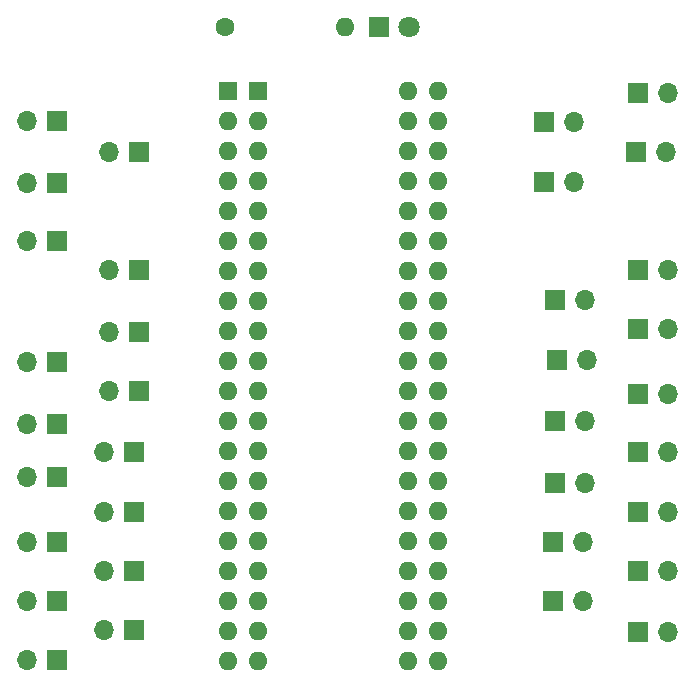
<source format=gts>
%TF.GenerationSoftware,KiCad,Pcbnew,7.0.1*%
%TF.CreationDate,2023-06-14T21:41:20+02:00*%
%TF.ProjectId,6502_board,36353032-5f62-46f6-9172-642e6b696361,rev?*%
%TF.SameCoordinates,Original*%
%TF.FileFunction,Soldermask,Top*%
%TF.FilePolarity,Negative*%
%FSLAX46Y46*%
G04 Gerber Fmt 4.6, Leading zero omitted, Abs format (unit mm)*
G04 Created by KiCad (PCBNEW 7.0.1) date 2023-06-14 21:41:20*
%MOMM*%
%LPD*%
G01*
G04 APERTURE LIST*
%ADD10R,1.700000X1.700000*%
%ADD11O,1.700000X1.700000*%
%ADD12R,1.600000X1.600000*%
%ADD13O,1.600000X1.600000*%
%ADD14C,1.600000*%
%ADD15R,1.800000X1.800000*%
%ADD16C,1.800000*%
G04 APERTURE END LIST*
D10*
%TO.C,J6*%
X41540000Y-113400000D03*
D11*
X39000000Y-113400000D03*
%TD*%
D10*
%TO.C,J16*%
X84240000Y-123500000D03*
D11*
X86780000Y-123500000D03*
%TD*%
D10*
%TO.C,J14*%
X77005000Y-121000000D03*
D11*
X79545000Y-121000000D03*
%TD*%
D10*
%TO.C,J25*%
X76240000Y-90500000D03*
D11*
X78780000Y-90500000D03*
%TD*%
D10*
%TO.C,J29*%
X35000000Y-90600000D03*
D11*
X32460000Y-90600000D03*
%TD*%
D10*
%TO.C,J5*%
X35000000Y-115500000D03*
D11*
X32460000Y-115500000D03*
%TD*%
D10*
%TO.C,J22*%
X77240000Y-110800000D03*
D11*
X79780000Y-110800000D03*
%TD*%
D12*
%TO.C,U1*%
X49510000Y-82850000D03*
D13*
X49510000Y-85390000D03*
X49510000Y-87930000D03*
X49510000Y-90470000D03*
X49510000Y-93010000D03*
X49510000Y-95550000D03*
X49510000Y-98090000D03*
X49510000Y-100630000D03*
X49510000Y-103170000D03*
X49510000Y-105710000D03*
X49510000Y-108250000D03*
X49510000Y-110790000D03*
X49510000Y-113330000D03*
X49510000Y-115870000D03*
X49510000Y-118410000D03*
X49510000Y-120950000D03*
X49510000Y-123490000D03*
X49510000Y-126030000D03*
X49510000Y-128570000D03*
X49510000Y-131110000D03*
X64750000Y-131110000D03*
X64750000Y-128570000D03*
X64750000Y-126030000D03*
X64750000Y-123490000D03*
X64750000Y-120950000D03*
X64750000Y-118410000D03*
X64750000Y-115870000D03*
X64750000Y-113330000D03*
X64750000Y-110790000D03*
X64750000Y-108250000D03*
X64750000Y-105710000D03*
X64750000Y-103170000D03*
X64750000Y-100630000D03*
X64750000Y-98090000D03*
X64750000Y-95550000D03*
X64750000Y-93010000D03*
X64750000Y-90470000D03*
X64750000Y-87930000D03*
X64750000Y-85390000D03*
X64750000Y-82850000D03*
%TD*%
D10*
%TO.C,J20*%
X84240000Y-118500000D03*
D11*
X86780000Y-118500000D03*
%TD*%
D12*
%TO.C,U2*%
X52075000Y-82850000D03*
D13*
X52075000Y-85390000D03*
X52075000Y-87930000D03*
X52075000Y-90470000D03*
X52075000Y-93010000D03*
X52075000Y-95550000D03*
X52075000Y-98090000D03*
X52075000Y-100630000D03*
X52075000Y-103170000D03*
X52075000Y-105710000D03*
X52075000Y-108250000D03*
X52075000Y-110790000D03*
X52075000Y-113330000D03*
X52075000Y-115870000D03*
X52075000Y-118410000D03*
X52075000Y-120950000D03*
X52075000Y-123490000D03*
X52075000Y-126030000D03*
X52075000Y-128570000D03*
X52075000Y-131110000D03*
X67315000Y-131110000D03*
X67315000Y-128570000D03*
X67315000Y-126030000D03*
X67315000Y-123490000D03*
X67315000Y-120950000D03*
X67315000Y-118410000D03*
X67315000Y-115870000D03*
X67315000Y-113330000D03*
X67315000Y-110790000D03*
X67315000Y-108250000D03*
X67315000Y-105710000D03*
X67315000Y-103170000D03*
X67315000Y-100630000D03*
X67315000Y-98090000D03*
X67315000Y-95550000D03*
X67315000Y-93010000D03*
X67315000Y-90470000D03*
X67315000Y-87930000D03*
X67315000Y-85390000D03*
X67315000Y-82850000D03*
%TD*%
D10*
%TO.C,J18*%
X84240000Y-113400000D03*
D11*
X86780000Y-113400000D03*
%TD*%
D10*
%TO.C,J34*%
X84080000Y-88000000D03*
D11*
X86620000Y-88000000D03*
%TD*%
D10*
%TO.C,J33*%
X42000000Y-98000000D03*
D11*
X39460000Y-98000000D03*
%TD*%
D10*
%TO.C,J31*%
X84240000Y-98000000D03*
D11*
X86780000Y-98000000D03*
%TD*%
D10*
%TO.C,J9*%
X35000000Y-131000000D03*
D11*
X32460000Y-131000000D03*
%TD*%
D10*
%TO.C,J17*%
X84240000Y-103000000D03*
D11*
X86780000Y-103000000D03*
%TD*%
D10*
%TO.C,J23*%
X77405000Y-105600000D03*
D11*
X79945000Y-105600000D03*
%TD*%
D10*
%TO.C,J8*%
X35000000Y-121000000D03*
D11*
X32460000Y-121000000D03*
%TD*%
D10*
%TO.C,J28*%
X41940000Y-88000000D03*
D11*
X39400000Y-88000000D03*
%TD*%
D14*
%TO.C,R1*%
X49240000Y-77400000D03*
D13*
X59400000Y-77400000D03*
%TD*%
D10*
%TO.C,J3*%
X35000000Y-111000000D03*
D11*
X32460000Y-111000000D03*
%TD*%
D10*
%TO.C,J27*%
X84240000Y-83000000D03*
D11*
X86780000Y-83000000D03*
%TD*%
D10*
%TO.C,J7*%
X35040000Y-126000000D03*
D11*
X32500000Y-126000000D03*
%TD*%
D10*
%TO.C,J1*%
X42000000Y-103250000D03*
D11*
X39460000Y-103250000D03*
%TD*%
D10*
%TO.C,J12*%
X41540000Y-128500000D03*
D11*
X39000000Y-128500000D03*
%TD*%
D10*
%TO.C,J19*%
X84240000Y-108500000D03*
D11*
X86780000Y-108500000D03*
%TD*%
D15*
%TO.C,D1*%
X62280000Y-77400000D03*
D16*
X64820000Y-77400000D03*
%TD*%
D10*
%TO.C,J4*%
X42000000Y-108200000D03*
D11*
X39460000Y-108200000D03*
%TD*%
D10*
%TO.C,J11*%
X41540000Y-118500000D03*
D11*
X39000000Y-118500000D03*
%TD*%
D10*
%TO.C,J15*%
X84240000Y-128600000D03*
D11*
X86780000Y-128600000D03*
%TD*%
D10*
%TO.C,J10*%
X41540000Y-123500000D03*
D11*
X39000000Y-123500000D03*
%TD*%
D10*
%TO.C,J24*%
X77240000Y-116000000D03*
D11*
X79780000Y-116000000D03*
%TD*%
D10*
%TO.C,J32*%
X35000000Y-85400000D03*
D11*
X32460000Y-85400000D03*
%TD*%
D10*
%TO.C,J13*%
X77005000Y-126000000D03*
D11*
X79545000Y-126000000D03*
%TD*%
D10*
%TO.C,J2*%
X35000000Y-105800000D03*
D11*
X32460000Y-105800000D03*
%TD*%
D10*
%TO.C,J21*%
X77240000Y-100500000D03*
D11*
X79780000Y-100500000D03*
%TD*%
D10*
%TO.C,J26*%
X76240000Y-85500000D03*
D11*
X78780000Y-85500000D03*
%TD*%
D10*
%TO.C,J30*%
X35000000Y-95500000D03*
D11*
X32460000Y-95500000D03*
%TD*%
M02*

</source>
